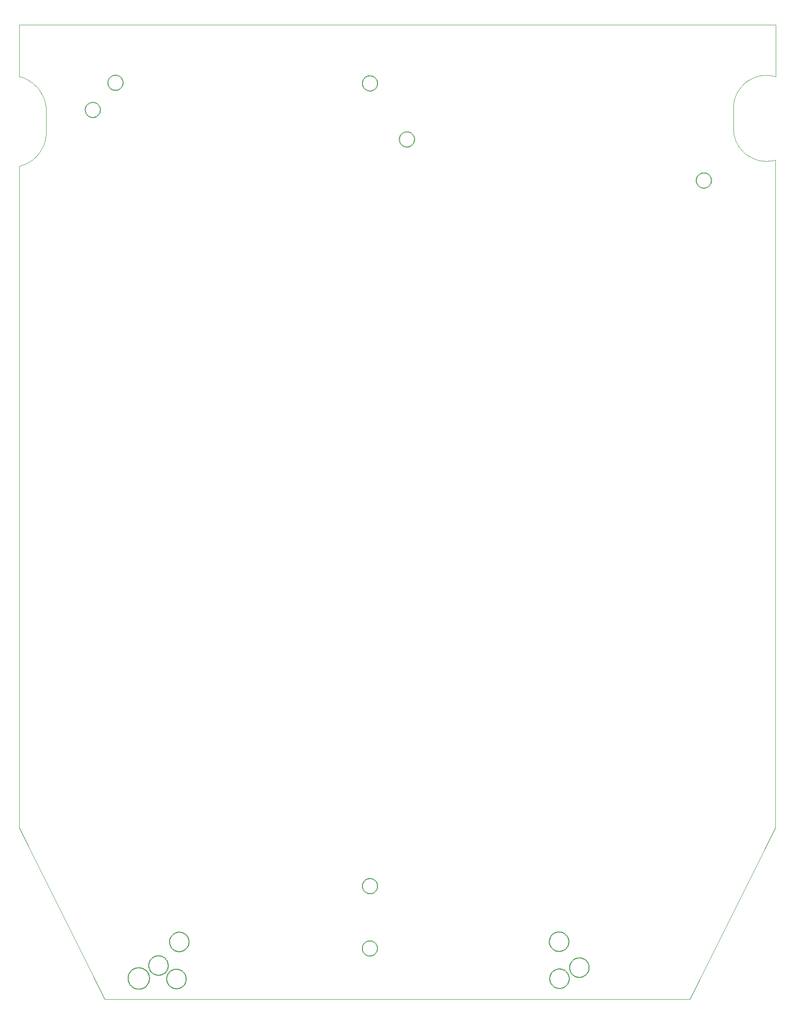
<source format=gbr>
%FSTAX44Y44*%
%MOMM*%
%SFA1B1*%

%IPPOS*%
%ADD109C,0.100000*%
%LNsega_801_remake_keep-out-1*%
%LPD*%
G54D109*
X01695332Y01837772D02*
D01*
X01690948Y0183897*
X01686492Y01839859*
X01681984Y01840435*
X01677446Y01840695*
X01672902Y01840638*
X01668373Y01840265*
X01663881Y01839576*
X01659448Y01838575*
X01655095Y01837268*
X01650845Y0183566*
X01646716Y0183376*
X01642731Y01831576*
X01638907Y01829119*
X01635264Y01826402*
X0163182Y01823438*
X0162859Y0182024*
X01625592Y01816825*
X01622839Y01813209*
X01620345Y01809409*
X01618123Y01805445*
X01616182Y01801336*
X01614532Y01797101*
X01613182Y01792762*
X01612138Y01788339*
X01611405Y01783854*
X01610987Y01779328*
X01610879Y01775601*
Y01735623D02*
D01*
X01611038Y01731081*
X01611513Y01726562*
X01612302Y01722086*
X01613402Y01717676*
X01614806Y01713354*
X01616509Y0170914*
X01618501Y01705056*
X01620773Y0170112*
X01623315Y01697352*
X01626113Y01693771*
X01629153Y01690393*
X01632423Y01687236*
X01635904Y01684315*
X01639581Y01681644*
X01643435Y01679236*
X01647448Y01677102*
X01651599Y01675253*
X0165587Y01673699*
X01660238Y01672446*
X01664684Y01671502*
X01669184Y01670869*
X01673718Y01670552*
X01678263*
X01682796Y01670869*
X01687297Y01671502*
X01691742Y01672446*
X01694331Y0167315*
X01567667Y01632506D02*
D01*
X0156763Y01633588*
X01567517Y01634663*
X01567329Y01635729*
X01567067Y01636779*
X01566733Y01637808*
X01566327Y01638811*
X01565853Y01639783*
X01565312Y0164072*
X01564707Y01641617*
X01564041Y0164247*
X01563317Y01643274*
X01562539Y01644025*
X0156171Y01644721*
X01560835Y01645356*
X01559917Y0164593*
X01558962Y01646438*
X01557974Y01646878*
X01556957Y01647248*
X01555917Y01647546*
X01554859Y01647771*
X01553788Y01647922*
X01552708Y01647997*
X01552167Y01648006*
X01566667Y01632506D02*
D01*
X01566632Y01633518*
X01566526Y01634524*
X0156635Y01635521*
X01566106Y01636503*
X01565793Y01637466*
X01565414Y01638404*
X0156497Y01639314*
X01564464Y0164019*
X01563898Y01641029*
X01563275Y01641827*
X01562598Y01642579*
X0156187Y01643282*
X01561094Y01643932*
X01560276Y01644527*
X01559417Y01645064*
X01558524Y01645539*
X01557599Y0164595*
X01556648Y01646297*
X01555675Y01646576*
X01554685Y01646786*
X01553683Y01646927*
X01552673Y01646997*
X01552167Y01647005*
Y01617005D02*
D01*
X01553249Y01617043*
X01554325Y01617156*
X0155539Y01617344*
X0155644Y01617606*
X01557469Y0161794*
X01558472Y01618346*
X01559444Y0161882*
X01560381Y01619361*
X01561278Y01619966*
X0156213Y01620632*
X01562935Y01621356*
X01563686Y01622134*
X01564381Y01622963*
X01565017Y01623838*
X01565591Y01624755*
X01566099Y0162571*
X01566539Y01626699*
X01566909Y01627716*
X01567207Y01628756*
X01567432Y01629814*
X01567582Y01630885*
X01567658Y01631964*
X01567667Y01632506*
X01552167Y01618006D02*
D01*
X01553179Y01618042*
X01554185Y01618147*
X01555182Y01618323*
X01556164Y01618568*
X01557127Y01618881*
X01558065Y0161926*
X01558975Y01619704*
X01559851Y0162021*
X0156069Y01620776*
X01561488Y01621399*
X0156224Y01622076*
X01562943Y01622804*
X01563594Y01623579*
X01564188Y01624398*
X01564725Y01625256*
X015652Y0162615*
X01565612Y01627074*
X01565958Y01628026*
X01566237Y01628999*
X01566447Y01629988*
X01566588Y01630991*
X01566659Y01632*
X01566667Y01632506*
X00978541Y01713839D02*
D01*
X00978506Y01714851*
X009784Y01715857*
X00978225Y01716854*
X0097798Y01717836*
X00977667Y01718799*
X00977288Y01719737*
X00976844Y01720647*
X00976338Y01721523*
X00975772Y01722362*
X00975149Y0172316*
X00974472Y01723912*
X00973744Y01724615*
X00972968Y01725266*
X0097215Y0172586*
X00971291Y01726397*
X00970398Y01726872*
X00969473Y01727284*
X00968522Y0172763*
X00967549Y01727909*
X00966559Y01728119*
X00965557Y0172826*
X00964547Y01728331*
X00964041Y01728339*
X00979541Y01713839D02*
D01*
X00979504Y01714921*
X0097939Y01715997*
X00979203Y01717062*
X00978941Y01718112*
X00978607Y01719141*
X00978201Y01720144*
X00977727Y01721116*
X00977186Y01722053*
X00976581Y0172295*
X00975915Y01723803*
X00975191Y01724607*
X00974413Y01725358*
X00973584Y01726053*
X00972709Y01726689*
X00971791Y01727263*
X00970836Y01727771*
X00969848Y01728211*
X00968831Y01728581*
X00967791Y01728879*
X00966733Y01729104*
X00965662Y01729254*
X00964582Y0172933*
X00964041Y01729339*
D01*
X0096296Y01729302*
X00961884Y01729189*
X00960819Y01729001*
X00959769Y01728739*
X0095874Y01728405*
X00957737Y01727999*
X00956765Y01727525*
X00955828Y01726984*
X00954931Y01726379*
X00954078Y01725713*
X00953274Y01724989*
X00952523Y01724211*
X00951827Y01723382*
X00951191Y01722507*
X00950618Y01721589*
X0095011Y01720634*
X0094967Y01719646*
X009493Y01718629*
X00949002Y01717589*
X00948777Y01716531*
X00948626Y0171546*
X00948551Y0171438*
X00948541Y01713839*
X00964041Y01728339D02*
D01*
X0096303Y01728304*
X00962023Y01728198*
X00961027Y01728022*
X00960045Y01727778*
X00959082Y01727465*
X00958144Y01727086*
X00957234Y01726642*
X00956358Y01726136*
X00955519Y0172557*
X00954721Y01724947*
X00953969Y0172427*
X00953266Y01723542*
X00952615Y01722766*
X0095202Y01721948*
X00951484Y01721089*
X00951009Y01720196*
X00950597Y01719271*
X00950251Y0171832*
X00949972Y01717347*
X00949762Y01716357*
X00949621Y01715355*
X0094955Y01714345*
X00949541Y01713839*
X00906326Y01824761D02*
D01*
X00906289Y01825843*
X00906175Y01826919*
X00905988Y01827984*
X00905726Y01829034*
X00905392Y01830063*
X00904986Y01831066*
X00904512Y01832038*
X00903971Y01832975*
X00903366Y01833872*
X009027Y01834725*
X00901976Y01835528*
X00901198Y0183628*
X00900369Y01836976*
X00899494Y01837612*
X00898576Y01838185*
X00897621Y01838693*
X00896633Y01839133*
X00895616Y01839503*
X00894576Y01839801*
X00893518Y01840026*
X00892447Y01840176*
X00891367Y01840252*
X00890825Y01840261*
X00905325Y01824761D02*
D01*
X0090529Y01825773*
X00905184Y01826779*
X00905009Y01827776*
X00904764Y01828758*
X00904451Y01829721*
X00904072Y01830659*
X00903628Y01831569*
X00903122Y01832445*
X00902556Y01833284*
X00901933Y01834082*
X00901256Y01834834*
X00900528Y01835537*
X00899753Y01836188*
X00898934Y01836782*
X00898075Y01837319*
X00897182Y01837794*
X00896257Y01838206*
X00895306Y01838552*
X00894333Y01838831*
X00893343Y01839041*
X00892341Y01839182*
X00891331Y01839253*
X00890825Y01839261*
Y01810261D02*
D01*
X00891837Y01810297*
X00892843Y01810403*
X0089384Y01810578*
X00894822Y01810823*
X00895785Y01811136*
X00896723Y01811515*
X00897633Y01811959*
X00898509Y01812465*
X00899348Y01813031*
X00900146Y01813654*
X00900898Y01814331*
X00901601Y01815059*
X00902251Y01815834*
X00902846Y01816653*
X00903383Y01817511*
X00903858Y01818405*
X00904269Y0181933*
X00904616Y01820281*
X00904895Y01821253*
X00905105Y01822244*
X00905246Y01823246*
X00905316Y01824255*
X00905325Y01824761*
X00890825Y01809261D02*
D01*
X00891907Y01809299*
X00892982Y01809412*
X00894048Y018096*
X00895098Y01809862*
X00896127Y01810196*
X0089713Y01810601*
X00898102Y01811076*
X00899039Y01811617*
X00899936Y01812222*
X00900789Y01812888*
X00901593Y01813612*
X00902344Y0181439*
X0090304Y01815219*
X00903675Y01816094*
X00904249Y01817011*
X00904757Y01817967*
X00905197Y01818955*
X00905567Y01819972*
X00905865Y01821012*
X0090609Y0182207*
X00906241Y01823141*
X00906316Y0182422*
X00906326Y01824761*
X01552167Y01647005D02*
D01*
X01551156Y0164697*
X01550149Y01646864*
X01549153Y01646689*
X01548171Y01646444*
X01547208Y01646131*
X0154627Y01645752*
X0154536Y01645308*
X01544484Y01644802*
X01543644Y01644236*
X01542847Y01643613*
X01542095Y01642936*
X01541392Y01642208*
X01540741Y01641433*
X01540146Y01640614*
X0153961Y01639755*
X01539135Y01638862*
X01538723Y01637937*
X01538377Y01636986*
X01538098Y01636013*
X01537888Y01635023*
X01537747Y01634021*
X01537676Y01633011*
X01537667Y01632506*
D01*
X01537703Y01631495*
X01537808Y01630488*
X01537984Y01629492*
X01538229Y0162851*
X01538542Y01627547*
X01538921Y01626609*
X01539365Y01625699*
X01539871Y01624823*
X01540437Y01623984*
X0154106Y01623186*
X01541737Y01622434*
X01542465Y01621731*
X0154324Y0162108*
X01544059Y01620485*
X01544917Y01619949*
X01545811Y01619474*
X01546736Y01619062*
X01547687Y01618716*
X0154866Y01618437*
X01549649Y01618227*
X01550652Y01618086*
X01551661Y01618015*
X01552167Y01618006*
Y01648006D02*
D01*
X01551086Y01647969*
X0155001Y01647855*
X01548945Y01647668*
X01547895Y01647406*
X01546866Y01647072*
X01545863Y01646666*
X0154489Y01646192*
X01543954Y01645651*
X01543057Y01645046*
X01542204Y0164438*
X015414Y01643656*
X01540649Y01642878*
X01539953Y01642049*
X01539317Y01641174*
X01538744Y01640256*
X01538236Y01639301*
X01537796Y01638313*
X01537426Y01637296*
X01537128Y01636256*
X01536903Y01635198*
X01536752Y01634127*
X01536677Y01633047*
X01536667Y01632506*
D01*
X01536705Y01631425*
X01536818Y01630349*
X01537006Y01629284*
X01537268Y01628234*
X01537602Y01627205*
X01538007Y01626202*
X01538482Y0162523*
X01539023Y01624293*
X01539628Y01623396*
X01540294Y01622543*
X01541018Y01621739*
X01541796Y01620988*
X01542625Y01620292*
X015435Y01619656*
X01544417Y01619083*
X01545373Y01618575*
X01546361Y01618135*
X01547378Y01617765*
X01548418Y01617467*
X01549476Y01617242*
X01550547Y01617091*
X01551626Y01617016*
X01552167Y01617005*
X00964041Y01699339D02*
D01*
X00965053Y01699375*
X00966059Y0169948*
X00967056Y01699656*
X00968038Y01699901*
X00969001Y01700214*
X00969939Y01700593*
X00970849Y01701037*
X00971725Y01701543*
X00972564Y01702109*
X00973362Y01702732*
X00974114Y01703409*
X00974817Y01704137*
X00975467Y01704912*
X00976062Y01705731*
X00976599Y01706589*
X00977074Y01707483*
X00977485Y01708408*
X00977832Y01709359*
X00978111Y01710332*
X00978321Y01711321*
X00978462Y01712324*
X00978532Y01713333*
X00978541Y01713839*
X00949541D02*
D01*
X00949577Y01712828*
X00949682Y01711821*
X00949858Y01710825*
X00950103Y01709843*
X00950416Y0170888*
X00950795Y01707942*
X00951239Y01707032*
X00951745Y01706156*
X00952311Y01705316*
X00952934Y01704519*
X00953611Y01703767*
X00954339Y01703064*
X00955114Y01702413*
X00955933Y01701818*
X00956791Y01701282*
X00957685Y01700807*
X00958609Y01700395*
X00959561Y01700049*
X00960534Y0169977*
X00961523Y0169956*
X00962526Y01699419*
X00963535Y01699348*
X00964041Y01699339*
Y01698339D02*
D01*
X00965123Y01698377*
X00966198Y0169849*
X00967264Y01698678*
X00968314Y0169894*
X00969343Y01699274*
X00970346Y01699679*
X00971318Y01700154*
X00972255Y01700695*
X00973152Y017013*
X00974005Y01701966*
X00974809Y0170269*
X0097556Y01703468*
X00976256Y01704297*
X00976891Y01705172*
X00977465Y01706089*
X00977973Y01707045*
X00978413Y01708033*
X00978783Y0170905*
X00979081Y0171009*
X00979306Y01711148*
X00979457Y01712219*
X00979532Y01713298*
X00979541Y01713839*
X00948541D02*
D01*
X00948579Y01712758*
X00948692Y01711682*
X0094888Y01710617*
X00949142Y01709567*
X00949476Y01708538*
X00949882Y01707535*
X00950356Y01706563*
X00950897Y01705626*
X00951502Y01704729*
X00952168Y01703876*
X00952892Y01703072*
X0095367Y01702321*
X00954499Y01701625*
X00955374Y01700989*
X00956291Y01700416*
X00957247Y01699908*
X00958235Y01699468*
X00959252Y01699098*
X00960291Y016988*
X0096135Y01698575*
X00962421Y01698424*
X009635Y01698349*
X00964041Y01698339*
X01325377Y00073813D02*
D01*
X01325329Y00075192*
X01325185Y00076564*
X01324946Y00077923*
X01324612Y00079262*
X01324185Y00080574*
X01323668Y00081853*
X01323064Y00083093*
X01322374Y00084288*
X01321602Y00085432*
X01320753Y00086519*
X01319829Y00087545*
X01318837Y00088503*
X0131778Y0008939*
X01316664Y00090201*
X01315494Y00090932*
X01314276Y0009158*
X01313015Y00092141*
X01311719Y00092613*
X01310392Y00092993*
X01309043Y0009328*
X01307677Y00093472*
X013063Y00093568*
X0130561Y0009358*
Y00055047D02*
D01*
X01306919Y00055093*
X01308222Y0005523*
X01309512Y00055457*
X01310783Y00055774*
X01312029Y00056179*
X01313243Y0005667*
X01314421Y00057244*
X01315555Y00057899*
X01316641Y00058631*
X01317673Y00059438*
X01318646Y00060314*
X01319556Y00061256*
X01320398Y0006226*
X01321168Y0006332*
X01321862Y0006443*
X01322477Y00065587*
X0132301Y00066783*
X01323458Y00068014*
X01323819Y00069273*
X01324091Y00070555*
X01324273Y00071852*
X01324365Y00073158*
X01324376Y00073813*
D01*
X01324331Y00075123*
X01324194Y00076425*
X01323966Y00077715*
X01323649Y00078986*
X01323245Y00080232*
X01322754Y00081446*
X0132218Y00082623*
X01321525Y00083758*
X01320792Y00084844*
X01319986Y00085876*
X01319109Y00086849*
X01318167Y00087759*
X01317164Y00088601*
X01316104Y00089371*
X01314993Y00090065*
X01313837Y0009068*
X0131264Y00091213*
X01311409Y00091661*
X0131015Y00092022*
X01308869Y00092294*
X01307572Y00092477*
X01306265Y00092568*
X0130561Y00092579*
X01286844Y00073813D02*
D01*
X0128689Y00072504*
X01287027Y00071202*
X01287254Y00069912*
X01287571Y00068641*
X01287976Y00067395*
X01288467Y0006618*
X01289041Y00065003*
X01289696Y00063869*
X01290428Y00062783*
X01291235Y00061751*
X01292111Y00060777*
X01293054Y00059868*
X01294057Y00059026*
X01295117Y00058256*
X01296227Y00057561*
X01297384Y00056947*
X01298581Y00056414*
X01299811Y00055966*
X01301071Y00055605*
X01302352Y00055332*
X01303649Y0005515*
X01304955Y00055059*
X0130561Y00055047*
X01285176Y00125185D02*
D01*
X01285128Y00126564*
X01284984Y00127937*
X01284744Y00129295*
X01284411Y00130634*
X01283984Y00131946*
X01283467Y00133225*
X01282863Y00134465*
X01282173Y0013566*
X01281401Y00136804*
X01280552Y00137891*
X01279629Y00138917*
X01278636Y00139875*
X01277579Y00140762*
X01276463Y00141573*
X01275293Y00142304*
X01274075Y00142952*
X01272814Y00143513*
X01271518Y00143985*
X01270192Y00144365*
X01268842Y00144652*
X01267476Y00144844*
X01266099Y0014494*
X0126541Y00144952*
X01284176Y00125185D02*
D01*
X01284131Y00126495*
X01283994Y00127797*
X01283766Y00129087*
X01283449Y00130358*
X01283045Y00131604*
X01282554Y00132818*
X0128198Y00133995*
X01281325Y0013513*
X01280592Y00136216*
X01279786Y00137248*
X0127891Y00138221*
X01277967Y00139131*
X01276964Y00139973*
X01275904Y00140743*
X01274793Y00141437*
X01273637Y00142052*
X0127244Y00142585*
X01271209Y00143033*
X0126995Y00143394*
X01268669Y00143666*
X01267372Y00143849*
X01266065Y0014394*
X0126541Y00143951*
Y00106419D02*
D01*
X01266719Y00106465*
X01268022Y00106602*
X01269312Y00106829*
X01270583Y00107146*
X01271829Y00107551*
X01273043Y00108042*
X0127422Y00108616*
X01275355Y00109271*
X01276441Y00110003*
X01277473Y0011081*
X01278446Y00111686*
X01279356Y00112628*
X01280198Y00113632*
X01280968Y00114692*
X01281662Y00115802*
X01282277Y00116959*
X0128281Y00118155*
X01283258Y00119386*
X01283619Y00120645*
X01283891Y00121927*
X01284074Y00123224*
X01284165Y0012453*
X01284176Y00125185*
X0130561Y00092579D02*
D01*
X01304301Y00092534*
X01302999Y00092397*
X01301709Y00092169*
X01300438Y00091853*
X01299192Y00091448*
X01297978Y00090957*
X012968Y00090383*
X01295666Y00089728*
X0129458Y00088996*
X01293548Y00088189*
X01292575Y00087313*
X01291664Y0008637*
X01290823Y00085367*
X01290053Y00084307*
X01289359Y00083196*
X01288744Y0008204*
X01288211Y00080843*
X01287763Y00079612*
X01287402Y00078353*
X0128713Y00077072*
X01286947Y00075775*
X01286856Y00074468*
X01286844Y00073813*
X0130561Y0009358D02*
D01*
X01304232Y00093532*
X01302859Y00093388*
X01301501Y00093148*
X01300162Y00092815*
X0129885Y00092388*
X0129757Y00091871*
X0129633Y00091267*
X01295135Y00090577*
X01293992Y00089805*
X01292904Y00088956*
X01291879Y00088033*
X01290921Y0008704*
X01290034Y00085983*
X01289223Y00084867*
X01288492Y00083697*
X01287844Y00082479*
X01287283Y00081218*
X01286811Y00079922*
X01286431Y00078595*
X01286144Y00077246*
X01285952Y0007588*
X01285855Y00074503*
X01285844Y00073813*
D01*
X01285893Y00072434*
X01286037Y00071062*
X01286276Y00069704*
X0128661Y00068365*
X01287037Y00067053*
X01287553Y00065773*
X01288158Y00064533*
X01288848Y00063338*
X01289619Y00062195*
X01290469Y00061107*
X01291392Y00060082*
X01292385Y00059124*
X01293442Y00058237*
X01294558Y00057426*
X01295728Y00056695*
X01296946Y00056047*
X01298206Y00055486*
X01299503Y00055014*
X01300829Y00054634*
X01302179Y00054347*
X01303545Y00054155*
X01304921Y00054058*
X0130561Y00054046*
X0126541Y00105419D02*
D01*
X01266789Y00105467*
X01268161Y00105612*
X0126952Y00105851*
X01270859Y00106185*
X01272171Y00106611*
X0127345Y00107128*
X0127469Y00107733*
X01275885Y00108423*
X01277029Y00109195*
X01278116Y00110044*
X01279142Y00110967*
X012801Y0011196*
X01280987Y00113017*
X01281798Y00114133*
X01282529Y00115303*
X01283177Y00116521*
X01283738Y00117782*
X0128421Y00119078*
X0128459Y00120404*
X01284877Y00121754*
X01285069Y0012312*
X01285165Y00124497*
X01285176Y00125185*
X0130561Y00054046D02*
D01*
X01306989Y00054095*
X01308361Y00054239*
X0130972Y00054478*
X01311059Y00054812*
X01312371Y00055238*
X0131365Y00055755*
X0131489Y0005636*
X01316085Y0005705*
X01317229Y00057822*
X01318316Y00058671*
X01319342Y00059594*
X013203Y00060587*
X01321187Y00061644*
X01321998Y0006276*
X01322729Y0006393*
X01323377Y00065148*
X01323938Y00066409*
X0132441Y00067705*
X0132479Y00069031*
X01325077Y00070381*
X01325269Y00071747*
X01325365Y00073124*
X01325377Y00073813*
X01284955Y00051853D02*
D01*
X0128491Y00053162*
X01284773Y00054465*
X01284545Y00055755*
X01284228Y00057026*
X01283824Y00058272*
X01283333Y00059486*
X01282759Y00060664*
X01282104Y00061798*
X01281371Y00062884*
X01280565Y00063916*
X01279689Y00064889*
X01278746Y00065799*
X01277743Y00066641*
X01276683Y00067411*
X01275572Y00068105*
X01274416Y0006872*
X01273219Y00069253*
X01271988Y00069701*
X01270729Y00070062*
X01269448Y00070334*
X01268151Y00070517*
X01266844Y00070608*
X0126619Y00070619*
X01285956Y00051853D02*
D01*
X01285908Y00053232*
X01285764Y00054604*
X01285524Y00055963*
X01285191Y00057302*
X01284764Y00058614*
X01284247Y00059893*
X01283643Y00061133*
X01282953Y00062328*
X01282181Y00063472*
X01281332Y00064559*
X01280409Y00065585*
X01279416Y00066543*
X01278359Y0006743*
X01277243Y00068241*
X01276073Y00068972*
X01274855Y0006962*
X01273594Y00070181*
X01272298Y00070653*
X01270972Y00071033*
X01269622Y0007132*
X01268256Y00071512*
X01266879Y00071608*
X0126619Y00071619*
Y00033086D02*
D01*
X01267498Y00033132*
X01268801Y00033269*
X01270091Y00033497*
X01271362Y00033813*
X01272608Y00034218*
X01273822Y00034709*
X01274999Y00035283*
X01276134Y00035938*
X0127722Y0003667*
X01278252Y00037477*
X01279225Y00038353*
X01280135Y00039296*
X01280977Y00040299*
X01281747Y00041359*
X01282441Y00042469*
X01283056Y00043626*
X01283589Y00044823*
X01284037Y00046053*
X01284398Y00047313*
X0128467Y00048594*
X01284853Y00049891*
X01284944Y00051198*
X01284955Y00051853*
X0126619Y00032086D02*
D01*
X01267568Y00032135*
X0126894Y00032279*
X01270299Y00032518*
X01271638Y00032852*
X0127295Y00033279*
X01274229Y00033795*
X01275469Y000344*
X01276664Y0003509*
X01277808Y00035862*
X01278895Y00036711*
X01279921Y00037634*
X01280879Y00038627*
X01281766Y00039684*
X01282577Y000408*
X01283308Y0004197*
X01283956Y00043188*
X01284517Y00044448*
X01284989Y00045745*
X01285369Y00047071*
X01285656Y00048421*
X01285848Y00049787*
X01285944Y00051163*
X01285956Y00051853*
X01247423D02*
D01*
X01247469Y00050544*
X01247606Y00049242*
X01247833Y00047952*
X0124815Y00046681*
X01248555Y00045435*
X01249046Y00044221*
X0124962Y00043043*
X01250275Y00041909*
X01251007Y00040823*
X01251814Y00039791*
X0125269Y00038817*
X01253633Y00037907*
X01254636Y00037065*
X01255695Y00036296*
X01256806Y00035602*
X01257963Y00034987*
X0125916Y00034454*
X0126039Y00034006*
X0126165Y00033645*
X01262931Y00033373*
X01264228Y0003319*
X01265534Y00033099*
X0126619Y00033086*
X008908Y00219689D02*
D01*
X00891882Y00219727*
X00892958Y0021984*
X00894023Y00220028*
X00895073Y0022029*
X00896102Y00220624*
X00897105Y0022103*
X00898077Y00221504*
X00899014Y00222045*
X00899911Y0022265*
X00900764Y00223316*
X00901568Y0022404*
X00902319Y00224818*
X00903014Y00225646*
X0090365Y00226522*
X00904224Y00227439*
X00904732Y00228395*
X00905172Y00229383*
X00905542Y002304*
X0090584Y00231439*
X00906065Y00232498*
X00906215Y00233569*
X00906291Y00234649*
X00906301Y00235189*
X009053D02*
D01*
X00905265Y00236201*
X00905159Y00237207*
X00904983Y00238204*
X00904739Y00239186*
X00904426Y00240149*
X00904047Y00241087*
X00903603Y00241997*
X00903097Y00242873*
X00902531Y00243712*
X00901908Y0024451*
X00901231Y00245262*
X00900503Y00245965*
X00899727Y00246615*
X00898909Y0024721*
X0089805Y00247747*
X00897157Y00248222*
X00896232Y00248633*
X00895281Y0024898*
X00894308Y00249259*
X00893318Y00249469*
X00892316Y0024961*
X00891306Y0024968*
X008908Y00249689*
Y00220689D02*
D01*
X00891812Y00220725*
X00892818Y0022083*
X00893815Y00221006*
X00894797Y00221251*
X0089576Y00221564*
X00896698Y00221943*
X00897608Y00222387*
X00898484Y00222893*
X00899323Y00223459*
X00900121Y00224082*
X00900873Y00224759*
X00901576Y00225487*
X00902227Y00226262*
X00902821Y00227081*
X00903358Y00227939*
X00903833Y00228833*
X00904245Y00229757*
X00904591Y00230709*
X0090487Y00231682*
X0090508Y00232671*
X00905221Y00233674*
X00905292Y00234683*
X009053Y00235189*
X0126541Y00143951D02*
D01*
X01264101Y00143906*
X01262799Y00143769*
X01261509Y00143541*
X01260238Y00143225*
X01258992Y0014282*
X01257778Y00142329*
X012566Y00141755*
X01255466Y001411*
X0125438Y00140367*
X01253348Y00139561*
X01252374Y00138685*
X01251465Y00137742*
X01250623Y00136739*
X01249853Y00135679*
X01249159Y00134568*
X01248544Y00133412*
X01248011Y00132215*
X01247563Y00130985*
X01247202Y00129725*
X01246929Y00128444*
X01246747Y00127147*
X01246656Y0012584*
X01246644Y00125185*
X0126541Y00144952D02*
D01*
X01264032Y00144904*
X01262659Y0014476*
X01261301Y0014452*
X01259962Y00144187*
X0125865Y0014376*
X0125737Y00143243*
X0125613Y00142639*
X01254936Y00141949*
X01253792Y00141177*
X01252704Y00140328*
X01251679Y00139405*
X01250721Y00138412*
X01249834Y00137355*
X01249023Y00136239*
X01248292Y00135069*
X01247644Y00133851*
X01247083Y0013259*
X01246611Y00131294*
X0124623Y00129967*
X01245944Y00128618*
X01245752Y00127251*
X01245655Y00125875*
X01245643Y00125185*
X00906301Y00235189D02*
D01*
X00906264Y00236271*
X00906151Y00237346*
X00905963Y00238412*
X00905701Y00239462*
X00905366Y00240491*
X00904961Y00241494*
X00904487Y00242466*
X00903946Y00243403*
X00903341Y002443*
X00902675Y00245153*
X00901951Y00245957*
X00901173Y00246708*
X00900344Y00247404*
X00899469Y00248039*
X00898551Y00248613*
X00897596Y00249121*
X00896608Y00249561*
X00895591Y00249931*
X00894551Y00250229*
X00893493Y00250454*
X00892422Y00250605*
X00891342Y0025068*
X008908Y00250689*
X00906079Y00111744D02*
D01*
X00906042Y00112826*
X00905929Y00113901*
X00905741Y00114967*
X00905479Y00116017*
X00905145Y00117046*
X00904739Y00118049*
X00904265Y00119021*
X00903724Y00119958*
X00903119Y00120855*
X00902453Y00121708*
X00901729Y00122512*
X00900951Y00123263*
X00900122Y00123959*
X00899247Y00124594*
X00898329Y00125168*
X00897374Y00125676*
X00896386Y00126116*
X00895369Y00126486*
X00894329Y00126784*
X00893271Y00127009*
X008922Y0012716*
X0089112Y00127235*
X00890579Y00127244*
X00905078Y00111744D02*
D01*
X00905043Y00112756*
X00904937Y00113762*
X00904761Y00114759*
X00904517Y00115741*
X00904204Y00116704*
X00903825Y00117642*
X00903381Y00118552*
X00902875Y00119428*
X00902309Y00120267*
X00901686Y00121065*
X00901009Y00121817*
X00900281Y0012252*
X00899505Y0012317*
X00898687Y00123765*
X00897828Y00124302*
X00896935Y00124777*
X0089601Y00125188*
X00895059Y00125535*
X00894086Y00125814*
X00893096Y00126024*
X00892094Y00126165*
X00891084Y00126235*
X00890579Y00126243*
X01246644Y00125185D02*
D01*
X0124669Y00123876*
X01246827Y00122574*
X01247054Y00121284*
X01247371Y00120013*
X01247776Y00118767*
X01248267Y00117552*
X01248841Y00116375*
X01249496Y00115241*
X01250228Y00114155*
X01251035Y00113123*
X01251911Y00112149*
X01252853Y0011124*
X01253857Y00110398*
X01254916Y00109628*
X01256027Y00108933*
X01257184Y00108319*
X01258381Y00107786*
X01259611Y00107338*
X0126087Y00106977*
X01262152Y00106704*
X01263449Y00106522*
X01264755Y00106431*
X0126541Y00106419*
X0126619Y00070619D02*
D01*
X0126488Y00070574*
X01263578Y00070437*
X01262288Y00070209*
X01261017Y00069892*
X01259771Y00069488*
X01258557Y00068997*
X01257379Y00068423*
X01256245Y00067768*
X01255159Y00067035*
X01254127Y00066229*
X01253153Y00065352*
X01252244Y0006441*
X01251402Y00063407*
X01250632Y00062347*
X01249938Y00061236*
X01249323Y0006008*
X0124879Y00058883*
X01248342Y00057652*
X01247981Y00056393*
X01247708Y00055112*
X01247526Y00053815*
X01247435Y00052508*
X01247423Y00051853*
X01246422D02*
D01*
X0124647Y00050474*
X01246615Y00049102*
X01246854Y00047744*
X01247188Y00046405*
X01247614Y00045093*
X01248131Y00043813*
X01248736Y00042573*
X01249426Y00041378*
X01250198Y00040235*
X01251047Y00039148*
X0125197Y00038122*
X01252963Y00037164*
X0125402Y00036277*
X01255136Y00035466*
X01256306Y00034735*
X01257524Y00034087*
X01258785Y00033526*
X01260081Y00033054*
X01261407Y00032674*
X01262757Y00032387*
X01264123Y00032195*
X012655Y00032098*
X0126619Y00032086*
X01245643Y00125185D02*
D01*
X01245691Y00123806*
X01245836Y00122434*
X01246075Y00121075*
X01246409Y00119737*
X01246835Y00118425*
X01247352Y00117145*
X01247957Y00115905*
X01248647Y0011471*
X01249419Y00113567*
X01250268Y00112479*
X01251191Y00111454*
X01252184Y00110496*
X01253241Y00109609*
X01254357Y00108798*
X01255527Y00108067*
X01256745Y00107419*
X01258006Y00106858*
X01259302Y00106386*
X01260628Y00106006*
X01261978Y00105719*
X01263344Y00105527*
X01264721Y0010543*
X0126541Y00105419*
X00890579Y00096243D02*
D01*
X00891661Y00096281*
X00892737Y00096394*
X00893802Y00096582*
X00894852Y00096844*
X00895881Y00097178*
X00896884Y00097584*
X00897856Y00098058*
X00898793Y00098599*
X0089969Y00099204*
X00900543Y0009987*
X00901347Y00100594*
X00902098Y00101372*
X00902793Y00102201*
X00903429Y00103076*
X00904003Y00103993*
X00904511Y00104949*
X00904951Y00105937*
X00905321Y00106954*
X00905619Y00107994*
X00905844Y00109052*
X00905994Y00110123*
X0090607Y00111202*
X00906079Y00111744*
X00890579Y00097244D02*
D01*
X00891591Y0009728*
X00892597Y00097385*
X00893594Y00097561*
X00894576Y00097806*
X00895539Y00098119*
X00896477Y00098498*
X00897387Y00098942*
X00898263Y00099448*
X00899102Y00100014*
X008999Y00100637*
X00900652Y00101314*
X00901355Y00102042*
X00902006Y00102817*
X009026Y00103636*
X00903137Y00104494*
X00903612Y00105388*
X00904024Y00106312*
X0090437Y00107264*
X00904649Y00108237*
X00904859Y00109226*
X00905Y00110229*
X00905071Y00111238*
X00905078Y00111744*
X0126619Y00071619D02*
D01*
X01264811Y00071571*
X01263438Y00071427*
X0126208Y00071187*
X01260741Y00070854*
X01259429Y00070427*
X01258149Y0006991*
X01256909Y00069306*
X01255715Y00068616*
X01254571Y00067844*
X01253483Y00066995*
X01252458Y00066072*
X012515Y00065079*
X01250613Y00064022*
X01249802Y00062906*
X01249071Y00061736*
X01248423Y00060518*
X01247862Y00059257*
X0124739Y00057961*
X01247009Y00056634*
X01246723Y00055285*
X01246531Y00053919*
X01246434Y00052542*
X01246422Y00051853*
X00401135Y01826031D02*
D01*
X004011Y01827043*
X00400994Y01828049*
X00400819Y01829046*
X00400574Y01830028*
X00400261Y01830991*
X00399882Y01831929*
X00399438Y01832839*
X00398932Y01833715*
X00398366Y01834554*
X00397743Y01835352*
X00397066Y01836104*
X00396338Y01836807*
X00395563Y01837458*
X00394744Y01838052*
X00393885Y01838589*
X00392992Y01839064*
X00392067Y01839476*
X00391116Y01839822*
X00390143Y01840101*
X00389153Y01840311*
X00388151Y01840452*
X00387141Y01840523*
X00386636Y01840531*
X00402136Y01826031D02*
D01*
X00402099Y01827113*
X00401985Y01828189*
X00401798Y01829254*
X00401536Y01830304*
X00401202Y01831333*
X00400796Y01832336*
X00400322Y01833308*
X00399781Y01834245*
X00399176Y01835142*
X0039851Y01835995*
X00397786Y01836798*
X00397008Y0183755*
X00396179Y01838246*
X00395304Y01838882*
X00394386Y01839455*
X00393431Y01839963*
X00392443Y01840403*
X00391426Y01840773*
X00390386Y01841071*
X00389328Y01841296*
X00388257Y01841446*
X00387177Y01841522*
X00386636Y01841531*
X00890825Y01839261D02*
D01*
X00889814Y01839226*
X00888807Y0183912*
X00887811Y01838945*
X00886829Y018387*
X00885866Y01838387*
X00884928Y01838008*
X00884018Y01837564*
X00883141Y01837058*
X00882303Y01836492*
X00881505Y01835869*
X00880753Y01835192*
X0088005Y01834464*
X00879399Y01833688*
X00878804Y0183287*
X00878268Y01832011*
X00877793Y01831118*
X00877381Y01830193*
X00877035Y01829242*
X00876756Y01828269*
X00876546Y01827279*
X00876405Y01826277*
X00876334Y01825267*
X00876326Y01824761*
X00890825Y01840261D02*
D01*
X00889744Y01840224*
X00888668Y01840111*
X00887603Y01839923*
X00886553Y01839661*
X00885524Y01839327*
X00884521Y01838921*
X00883549Y01838447*
X00882612Y01837906*
X00881715Y01837301*
X00880862Y01836635*
X00880058Y01835911*
X00879307Y01835133*
X00878611Y01834304*
X00877975Y01833429*
X00877402Y01832511*
X00876894Y01831556*
X00876454Y01830568*
X00876084Y01829551*
X00875786Y01828511*
X00875561Y01827453*
X0087541Y01826382*
X00875335Y01825302*
X00875325Y01824761*
X00386636Y01811531D02*
D01*
X00387648Y01811567*
X00388654Y01811673*
X00389651Y01811848*
X00390633Y01812093*
X00391596Y01812406*
X00392534Y01812785*
X00393444Y01813229*
X0039432Y01813735*
X00395159Y01814301*
X00395957Y01814924*
X00396709Y01815601*
X00397412Y01816329*
X00398062Y01817104*
X00398657Y01817923*
X00399194Y01818781*
X00399669Y01819675*
X0040008Y018206*
X00400427Y01821551*
X00400706Y01822523*
X00400916Y01823514*
X00401057Y01824516*
X00401127Y01825525*
X00401135Y01826031*
X00386636Y01840531D02*
D01*
X00385625Y01840496*
X00384618Y0184039*
X00383622Y01840215*
X0038264Y0183997*
X00381677Y01839657*
X00380739Y01839278*
X00379829Y01838834*
X00378953Y01838328*
X00378114Y01837762*
X00377316Y01837139*
X00376564Y01836462*
X00375861Y01835734*
X0037521Y01834958*
X00374615Y0183414*
X00374079Y01833281*
X00373604Y01832388*
X00373192Y01831463*
X00372846Y01830512*
X00372567Y01829539*
X00372357Y01828549*
X00372216Y01827547*
X00372145Y01826537*
X00372136Y01826031*
X00386636Y01810531D02*
D01*
X00387718Y01810569*
X00388793Y01810682*
X00389859Y0181087*
X00390909Y01811132*
X00391938Y01811466*
X00392941Y01811871*
X00393913Y01812346*
X0039485Y01812887*
X00395747Y01813492*
X003966Y01814158*
X00397404Y01814882*
X00398155Y0181566*
X00398851Y01816489*
X00399486Y01817364*
X0040006Y01818281*
X00400568Y01819237*
X00401008Y01820225*
X00401378Y01821242*
X00401676Y01822282*
X00401901Y0182334*
X00402052Y01824411*
X00402127Y0182549*
X00402136Y01826031*
X00386636Y01841531D02*
D01*
X00385555Y01841494*
X00384479Y01841381*
X00383414Y01841193*
X00382364Y01840931*
X00381335Y01840597*
X00380332Y01840191*
X0037936Y01839717*
X00378423Y01839176*
X00377526Y01838571*
X00376673Y01837905*
X00375869Y01837181*
X00375118Y01836403*
X00374422Y01835574*
X00373786Y01834699*
X00373213Y01833781*
X00372705Y01832826*
X00372265Y01831838*
X00371895Y01830821*
X00371597Y01829781*
X00371372Y01828723*
X00371221Y01827652*
X00371146Y01826572*
X00371135Y01826031*
X00372136D02*
D01*
X00372172Y0182502*
X00372277Y01824013*
X00372453Y01823017*
X00372698Y01822035*
X00373011Y01821072*
X0037339Y01820134*
X00373834Y01819224*
X0037434Y01818348*
X00374906Y01817508*
X00375529Y01816711*
X00376206Y01815959*
X00376934Y01815256*
X00377709Y01814605*
X00378528Y0181401*
X00379386Y01813474*
X0038028Y01812999*
X00381204Y01812587*
X00382156Y01812241*
X00383129Y01811962*
X00384118Y01811752*
X00385121Y01811611*
X0038613Y0181154*
X00386636Y01811531*
X00371135Y01826031D02*
D01*
X00371173Y0182495*
X00371286Y01823874*
X00371474Y01822809*
X00371736Y01821759*
X0037207Y0182073*
X00372476Y01819727*
X0037295Y01818755*
X00373491Y01817818*
X00374096Y01816921*
X00374762Y01816068*
X00375486Y01815264*
X00376264Y01814513*
X00377093Y01813817*
X00377968Y01813181*
X00378885Y01812608*
X0037984Y018121*
X00380829Y0181166*
X00381846Y0181129*
X00382886Y01810992*
X00383944Y01810767*
X00385015Y01810616*
X00386094Y01810541*
X00386636Y01810531*
X00876326Y01824761D02*
D01*
X00876362Y0182375*
X00876467Y01822743*
X00876643Y01821747*
X00876888Y01820765*
X00877201Y01819802*
X0087758Y01818864*
X00878024Y01817954*
X0087853Y01817078*
X00879096Y01816238*
X00879719Y01815441*
X00880396Y01814689*
X00881124Y01813986*
X00881899Y01813335*
X00882718Y0181274*
X00883576Y01812204*
X0088447Y01811729*
X00885394Y01811317*
X00886346Y01810971*
X00887319Y01810692*
X00888308Y01810482*
X00889311Y01810341*
X0089032Y0181027*
X00890825Y01810261*
X00875325Y01824761D02*
D01*
X00875363Y0182368*
X00875476Y01822604*
X00875664Y01821539*
X00875926Y01820489*
X0087626Y0181946*
X00876666Y01818457*
X0087714Y01817485*
X00877681Y01816548*
X00878286Y01815651*
X00878952Y01814798*
X00879676Y01813994*
X00880454Y01813243*
X00881283Y01812547*
X00882158Y01811911*
X00883075Y01811338*
X0088403Y0181083*
X00885019Y0181039*
X00886036Y0181002*
X00887076Y01809722*
X00888134Y01809497*
X00889205Y01809346*
X00890284Y01809271*
X00890825Y01809261*
X008908Y00249689D02*
D01*
X00889789Y00249654*
X00888782Y00249548*
X00887786Y00249373*
X00886804Y00249128*
X00885841Y00248815*
X00884903Y00248436*
X00883993Y00247992*
X00883117Y00247486*
X00882277Y0024692*
X0088148Y00246297*
X00880728Y0024562*
X00880025Y00244892*
X00879374Y00244116*
X00878779Y00243298*
X00878243Y00242439*
X00877768Y00241546*
X00877356Y00240621*
X0087701Y0023967*
X00876731Y00238697*
X00876521Y00237707*
X0087638Y00236705*
X00876309Y00235695*
X00876301Y00235189*
D01*
X00876337Y00234178*
X00876443Y00233171*
X00876618Y00232175*
X00876863Y00231193*
X00877176Y0023023*
X00877555Y00229292*
X00877999Y00228382*
X00878505Y00227506*
X00879071Y00226667*
X00879694Y00225869*
X00880371Y00225117*
X00881099Y00224414*
X00881874Y00223763*
X00882693Y00223168*
X00883551Y00222632*
X00884445Y00222157*
X0088537Y00221745*
X00886321Y00221399*
X00887293Y0022112*
X00888283Y0022091*
X00889286Y00220769*
X00890295Y00220698*
X008908Y00220689*
Y00250689D02*
D01*
X00889719Y00250652*
X00888643Y00250538*
X00887578Y00250351*
X00886528Y00250089*
X00885499Y00249755*
X00884496Y00249349*
X00883524Y00248875*
X00882587Y00248334*
X0088169Y00247729*
X00880837Y00247063*
X00880033Y00246339*
X00879282Y00245561*
X00878586Y00244732*
X0087795Y00243857*
X00877377Y00242939*
X00876869Y00241984*
X00876429Y00240996*
X00876059Y00239979*
X00875761Y00238939*
X00875536Y00237881*
X00875385Y0023681*
X0087531Y0023573*
X008753Y00235189*
D01*
X00875338Y00234108*
X00875451Y00233032*
X00875639Y00231967*
X00875901Y00230917*
X00876235Y00229888*
X0087664Y00228885*
X00877115Y00227913*
X00877656Y00226976*
X00878261Y00226079*
X00878927Y00225226*
X00879651Y00224422*
X00880429Y00223671*
X00881258Y00222975*
X00882133Y00222339*
X0088305Y00221766*
X00884006Y00221258*
X00884994Y00220818*
X00886011Y00220448*
X00887051Y0022015*
X00888109Y00219925*
X0088918Y00219774*
X00890259Y00219699*
X008908Y00219689*
X00532826Y00124706D02*
D01*
X00532778Y00126085*
X00532634Y00127457*
X00532394Y00128816*
X00532061Y00130155*
X00531634Y00131467*
X00531117Y00132746*
X00530513Y00133987*
X00529823Y00135181*
X00529051Y00136325*
X00528202Y00137412*
X00527279Y00138438*
X00526286Y00139396*
X00525229Y00140283*
X00524113Y00141094*
X00522943Y00141825*
X00521725Y00142473*
X00520464Y00143034*
X00519168Y00143506*
X00517841Y00143886*
X00516492Y00144173*
X00515125Y00144365*
X00513749Y00144461*
X00513059Y00144473*
X00531825Y00124706D02*
D01*
X0053178Y00126016*
X00531643Y00127318*
X00531415Y00128608*
X00531099Y00129879*
X00530694Y00131125*
X00530203Y00132339*
X00529629Y00133516*
X00528974Y00134651*
X00528241Y00135737*
X00527435Y00136769*
X00526559Y00137742*
X00525616Y00138652*
X00524613Y00139494*
X00523553Y00140264*
X00522442Y00140958*
X00521286Y00141573*
X00520089Y00142106*
X00518859Y00142554*
X00517599Y00142915*
X00516318Y00143187*
X00515021Y0014337*
X00513714Y00143461*
X00513059Y00143472*
Y00144473D02*
D01*
X0051168Y00144425*
X00510308Y00144281*
X00508949Y00144041*
X00507611Y00143708*
X00506299Y00143281*
X00505019Y00142765*
X00503779Y00142159*
X00502584Y0014147*
X00501441Y00140698*
X00500353Y00139849*
X00499328Y00138926*
X0049837Y00137933*
X00497483Y00136876*
X00496672Y0013576*
X00495941Y0013459*
X00495293Y00133372*
X00494732Y00132111*
X0049426Y00130815*
X0049388Y00129488*
X00493593Y00128139*
X00493401Y00126773*
X00493304Y00125396*
X00493293Y00124706*
X00356241Y01772259D02*
D01*
X00356206Y01773271*
X003561Y01774277*
X00355925Y01775274*
X0035568Y01776256*
X00355367Y01777219*
X00354988Y01778157*
X00354544Y01779067*
X00354038Y01779943*
X00353472Y01780782*
X00352849Y0178158*
X00352172Y01782332*
X00351444Y01783035*
X00350668Y01783686*
X0034985Y0178428*
X00348991Y01784817*
X00348098Y01785292*
X00347173Y01785704*
X00346222Y0178605*
X00345249Y01786329*
X00344259Y01786539*
X00343257Y0178668*
X00342247Y01786751*
X00341741Y01786758*
X00357241Y01772259D02*
D01*
X00357204Y01773341*
X0035709Y01774417*
X00356903Y01775482*
X00356641Y01776532*
X00356307Y01777561*
X00355901Y01778564*
X00355427Y01779536*
X00354886Y01780473*
X00354281Y0178137*
X00353615Y01782223*
X00352891Y01783027*
X00352113Y01783778*
X00351284Y01784473*
X00350409Y01785109*
X00349491Y01785683*
X00348536Y01786191*
X00347548Y01786631*
X00346531Y01787001*
X00345491Y01787299*
X00344433Y01787524*
X00343362Y01787674*
X00342282Y0178775*
X00341741Y01787759*
Y01786758D02*
D01*
X0034073Y01786723*
X00339723Y01786617*
X00338727Y01786441*
X00337745Y01786197*
X00336782Y01785884*
X00335844Y01785505*
X00334934Y01785061*
X00334058Y01784555*
X00333219Y01783989*
X00332421Y01783366*
X00331669Y01782689*
X00330966Y01781961*
X00330315Y01781185*
X0032972Y01780367*
X00329184Y01779508*
X00328709Y01778615*
X00328297Y0177769*
X00327951Y01776739*
X00327672Y01775766*
X00327462Y01774776*
X00327321Y01773774*
X0032725Y01772764*
X00327241Y01772259*
X00341741Y01757759D02*
D01*
X00342753Y01757795*
X00343759Y017579*
X00344756Y01758076*
X00345738Y01758321*
X00346701Y01758634*
X00347639Y01759013*
X00348549Y01759457*
X00349425Y01759963*
X00350264Y01760529*
X00351062Y01761152*
X00351814Y01761829*
X00352517Y01762557*
X00353167Y01763332*
X00353762Y01764151*
X00354299Y01765009*
X00354774Y01765903*
X00355185Y01766828*
X00355532Y01767779*
X00355811Y01768752*
X00356021Y01769741*
X00356162Y01770744*
X00356232Y01771753*
X00356241Y01772259*
X00327241D02*
D01*
X00327277Y01771248*
X00327382Y01770241*
X00327558Y01769245*
X00327803Y01768263*
X00328116Y017673*
X00328495Y01766362*
X00328939Y01765452*
X00329445Y01764576*
X00330011Y01763736*
X00330634Y01762939*
X00331311Y01762187*
X00332039Y01761484*
X00332814Y01760833*
X00333633Y01760238*
X00334491Y01759702*
X00335385Y01759227*
X00336309Y01758815*
X00337261Y01758469*
X00338234Y0175819*
X00339223Y0175798*
X00340226Y01757839*
X00341235Y01757768*
X00341741Y01757759*
Y01787759D02*
D01*
X0034066Y01787722*
X00339584Y01787609*
X00338519Y01787421*
X00337469Y01787159*
X0033644Y01786825*
X00335437Y01786419*
X00334465Y01785945*
X00333528Y01785404*
X00332631Y01784799*
X00331778Y01784133*
X00330974Y01783409*
X00330223Y01782631*
X00329527Y01781802*
X00328891Y01780927*
X00328318Y01780009*
X0032781Y01779054*
X0032737Y01778066*
X00327Y01777049*
X00326702Y01776009*
X00326477Y01774951*
X00326326Y0177388*
X00326251Y017728*
X00326241Y01772259*
X00249769Y01769708D02*
D01*
X00249597Y0177463*
X00249083Y01779527*
X00248228Y01784376*
X00247036Y01789154*
X00245515Y01793838*
X0024367Y01798403*
X00241511Y01802829*
X00239049Y01807094*
X00236296Y01811176*
X00233264Y01815056*
X00229969Y01818716*
X00226427Y01822137*
X00222655Y01825302*
X00218671Y01828196*
X00214495Y01830806*
X00210147Y01833118*
X00205649Y0183512*
X00201021Y01836805*
X00196332Y0183815*
X00341741Y01756758D02*
D01*
X00342823Y01756796*
X00343898Y01756909*
X00344964Y01757097*
X00346014Y01757359*
X00347043Y01757693*
X00348046Y01758098*
X00349018Y01758573*
X00349955Y01759114*
X00350852Y01759719*
X00351705Y01760385*
X00352509Y01761109*
X0035326Y01761887*
X00353956Y01762716*
X00354591Y01763591*
X00355165Y01764508*
X00355673Y01765464*
X00356113Y01766452*
X00356483Y01767469*
X00356781Y01768509*
X00357006Y01769567*
X00357157Y01770638*
X00357232Y01771717*
X00357241Y01772259*
X00326241D02*
D01*
X00326279Y01771178*
X00326392Y01770102*
X0032658Y01769037*
X00326842Y01767987*
X00327176Y01766958*
X00327582Y01765955*
X00328056Y01764983*
X00328597Y01764046*
X00329202Y01763149*
X00329868Y01762296*
X00330592Y01761492*
X0033137Y01760741*
X00332199Y01760045*
X00333074Y01759409*
X00333991Y01758836*
X00334947Y01758328*
X00335935Y01757888*
X00336952Y01757518*
X00337991Y0175722*
X0033905Y01756995*
X00340121Y01756844*
X003412Y01756769*
X00341741Y01756758*
X00196332Y01660377D02*
D01*
X00201065Y01661738*
X00205691Y01663425*
X00210188Y01665431*
X00214535Y01667745*
X00218709Y01670358*
X00222691Y01673254*
X00226461Y01676422*
X00230001Y01679845*
X00233293Y01683507*
X00236323Y01687389*
X00239073Y01691473*
X00241533Y01695739*
X00243689Y01700167*
X0024553Y01704734*
X00247049Y01709418*
X00248237Y01714196*
X00249089Y01719047*
X002496Y01723944*
X00249769Y01728819*
X00890579Y00126243D02*
D01*
X00889568Y00126208*
X00888561Y00126102*
X00887565Y00125927*
X00886583Y00125682*
X0088562Y00125369*
X00884682Y0012499*
X00883772Y00124546*
X00882896Y0012404*
X00882056Y00123474*
X00881259Y00122851*
X00880507Y00122174*
X00879804Y00121446*
X00879153Y00120671*
X00878558Y00119852*
X00878022Y00118993*
X00877547Y001181*
X00877135Y00117175*
X00876789Y00116224*
X0087651Y00115251*
X008763Y00114261*
X00876159Y00113259*
X00876088Y00112249*
X00876079Y00111744*
X00890579Y00127244D02*
D01*
X00889498Y00127207*
X00888422Y00127093*
X00887357Y00126906*
X00886307Y00126644*
X00885278Y0012631*
X00884275Y00125904*
X00883303Y0012543*
X00882366Y00124889*
X00881469Y00124284*
X00880616Y00123618*
X00879812Y00122894*
X00879061Y00122116*
X00878365Y00121287*
X00877729Y00120412*
X00877156Y00119494*
X00876648Y00118539*
X00876208Y00117551*
X00875838Y00116534*
X0087554Y00115494*
X00875315Y00114436*
X00875164Y00113365*
X00875089Y00112285*
X00875078Y00111744*
X00876079D02*
D01*
X00876115Y00110733*
X00876221Y00109726*
X00876396Y0010873*
X00876641Y00107748*
X00876954Y00106785*
X00877333Y00105847*
X00877777Y00104937*
X00878283Y00104061*
X00878849Y00103222*
X00879472Y00102424*
X00880149Y00101672*
X00880877Y00100969*
X00881652Y00100318*
X00882471Y00099723*
X00883329Y00099187*
X00884223Y00098712*
X00885148Y000983*
X00886099Y00097954*
X00887071Y00097675*
X00888061Y00097465*
X00889064Y00097324*
X00890073Y00097253*
X00890579Y00097244*
X00875078Y00111744D02*
D01*
X00875116Y00110663*
X00875229Y00109587*
X00875417Y00108522*
X00875679Y00107472*
X00876013Y00106443*
X00876418Y0010544*
X00876893Y00104468*
X00877434Y00103531*
X00878039Y00102634*
X00878705Y00101781*
X00879429Y00100977*
X00880207Y00100226*
X00881036Y0009953*
X00881911Y00098894*
X00882828Y00098321*
X00883784Y00097813*
X00884772Y00097373*
X00885789Y00097003*
X00886829Y00096705*
X00887887Y0009648*
X00888958Y00096329*
X00890037Y00096254*
X00890579Y00096243*
X00513059Y0010494D02*
D01*
X00514438Y00104989*
X00515811Y00105133*
X00517169Y00105372*
X00518508Y00105706*
X0051982Y00106132*
X00521099Y00106649*
X00522339Y00107254*
X00523534Y00107944*
X00524678Y00108716*
X00525765Y00109565*
X00526791Y00110488*
X00527749Y00111481*
X00528636Y00112538*
X00529447Y00113654*
X00530178Y00114824*
X00530826Y00116042*
X00531387Y00117303*
X00531859Y00118599*
X00532239Y00119925*
X00532526Y00121275*
X00532718Y00122641*
X00532814Y00124018*
X00532826Y00124706*
X00513059Y0010594D02*
D01*
X00514368Y00105986*
X00515671Y00106123*
X00516961Y00106351*
X00518232Y00106667*
X00519478Y00107072*
X00520692Y00107563*
X00521869Y00108137*
X00523004Y00108792*
X0052409Y00109524*
X00525122Y00110331*
X00526095Y00111207*
X00527005Y00112149*
X00527847Y00113153*
X00528617Y00114213*
X00529311Y00115323*
X00529926Y0011648*
X00530459Y00117676*
X00530907Y00118907*
X00531268Y00120166*
X0053154Y00121448*
X00531723Y00122745*
X00531814Y00124052*
X00531825Y00124706*
X00513059Y00143472D02*
D01*
X0051175Y00143427*
X00510448Y0014329*
X00509158Y00143062*
X00507887Y00142745*
X00506641Y00142341*
X00505426Y0014185*
X00504249Y00141276*
X00503115Y00140621*
X00502029Y00139888*
X00500997Y00139082*
X00500023Y00138205*
X00499114Y00137263*
X00498272Y0013626*
X00497502Y001352*
X00496807Y00134089*
X00496193Y00132933*
X0049566Y00131736*
X00495212Y00130505*
X00494851Y00129246*
X00494578Y00127965*
X00494396Y00126668*
X00494305Y00125361*
X00494293Y00124706*
D01*
X00494339Y00123397*
X00494476Y00122095*
X00494703Y00120805*
X0049502Y00119534*
X00495425Y00118288*
X00495916Y00117073*
X0049649Y00115896*
X00497145Y00114762*
X00497877Y00113676*
X00498684Y00112644*
X0049956Y0011167*
X00500502Y00110761*
X00501506Y00109919*
X00502566Y00109149*
X00503676Y00108454*
X00504833Y0010784*
X00506029Y00107307*
X0050726Y00106859*
X00508519Y00106498*
X00509801Y00106225*
X00511098Y00106043*
X00512404Y00105952*
X00513059Y0010594*
X00493293Y00124706D02*
D01*
X00493341Y00123327*
X00493486Y00121955*
X00493725Y00120597*
X00494059Y00119258*
X00494485Y00117946*
X00495002Y00116667*
X00495607Y00115426*
X00496297Y00114231*
X00497069Y00113088*
X00497918Y00112*
X00498841Y00110975*
X00499834Y00110017*
X00500891Y0010913*
X00502007Y00108319*
X00503177Y00107588*
X00504395Y0010694*
X00505656Y00106379*
X00506952Y00105907*
X00508278Y00105527*
X00509628Y0010524*
X00510994Y00105048*
X00512371Y00104952*
X00513059Y0010494*
X00491662Y0007796D02*
D01*
X00491614Y00079339*
X0049147Y00080711*
X0049123Y0008207*
X00490897Y00083409*
X0049047Y00084721*
X00489953Y00086*
X00489349Y0008724*
X00488659Y00088435*
X00487887Y00089579*
X00487038Y00090666*
X00486115Y00091692*
X00485122Y0009265*
X00484065Y00093537*
X00482949Y00094348*
X00481779Y00095079*
X00480561Y00095727*
X004793Y00096288*
X00478004Y0009676*
X00476677Y0009714*
X00475328Y00097427*
X00473961Y00097619*
X00472585Y00097715*
X00471895Y00097726*
X00526221Y0005129D02*
D01*
X00526176Y00052599*
X00526039Y00053902*
X00525811Y00055192*
X00525495Y00056463*
X0052509Y00057709*
X00524599Y00058923*
X00524025Y000601*
X0052337Y00061235*
X00522637Y00062321*
X00521831Y00063353*
X00520955Y00064326*
X00520012Y00065236*
X00519009Y00066078*
X00517949Y00066848*
X00516838Y00067542*
X00515682Y00068157*
X00514485Y0006869*
X00513255Y00069138*
X00511995Y00069499*
X00510714Y00069771*
X00509417Y00069954*
X0050811Y00070045*
X00507455Y00070056*
X00527222Y0005129D02*
D01*
X00527174Y00052669*
X0052703Y00054041*
X0052679Y000554*
X00526457Y00056739*
X0052603Y00058051*
X00525513Y0005933*
X00524909Y0006057*
X00524219Y00061765*
X00523447Y00062909*
X00522598Y00063996*
X00521675Y00065022*
X00520682Y0006598*
X00519625Y00066867*
X00518509Y00067678*
X00517339Y00068409*
X00516121Y00069057*
X0051486Y00069618*
X00513564Y0007009*
X00512237Y0007047*
X00510888Y00070757*
X00509521Y00070949*
X00508145Y00071045*
X00507455Y00071056*
Y00031523D02*
D01*
X00508834Y00031571*
X00510207Y00031716*
X00511565Y00031955*
X00512904Y00032289*
X00514216Y00032715*
X00515495Y00033232*
X00516735Y00033837*
X0051793Y00034527*
X00519074Y00035299*
X00520161Y00036148*
X00521187Y00037071*
X00522145Y00038064*
X00523032Y00039121*
X00523843Y00040237*
X00524574Y00041407*
X00525222Y00042625*
X00525783Y00043886*
X00526255Y00045182*
X00526635Y00046508*
X00526922Y00047858*
X00527114Y00049224*
X0052721Y00050601*
X00527222Y0005129*
X00507455Y00032523D02*
D01*
X00508765Y00032569*
X00510067Y00032706*
X00511357Y00032933*
X00512628Y0003325*
X00513874Y00033655*
X00515088Y00034146*
X00516265Y0003472*
X005174Y00035375*
X00518486Y00036107*
X00519518Y00036914*
X00520491Y0003779*
X00521401Y00038732*
X00522243Y00039736*
X00523013Y00040795*
X00523707Y00041906*
X00524322Y00043063*
X00524855Y0004426*
X00525303Y0004549*
X00525664Y00046749*
X00525936Y00048031*
X00526119Y00049328*
X0052621Y00050634*
X00526221Y0005129*
X00507455Y00071056D02*
D01*
X00506076Y00071008*
X00504704Y00070864*
X00503345Y00070624*
X00502007Y00070291*
X00500695Y00069864*
X00499415Y00069347*
X00498175Y00068743*
X0049698Y00068053*
X00495837Y00067281*
X00494749Y00066432*
X00493724Y00065509*
X00492766Y00064516*
X00491879Y00063459*
X00491068Y00062343*
X00490337Y00061173*
X00489689Y00059955*
X00489128Y00058694*
X00488656Y00057398*
X00488276Y00056072*
X00487989Y00054722*
X00487797Y00053356*
X004877Y00051979*
X00487689Y0005129*
X00507455Y00070056D02*
D01*
X00506146Y00070011*
X00504844Y00069874*
X00503554Y00069646*
X00502283Y00069329*
X00501037Y00068925*
X00499822Y00068434*
X00498645Y0006786*
X00497511Y00067205*
X00496425Y00066472*
X00495393Y00065666*
X00494419Y0006479*
X0049351Y00063847*
X00492668Y00062844*
X00491898Y00061784*
X00491203Y00060673*
X00490589Y00059517*
X00490056Y0005832*
X00489608Y00057089*
X00489247Y0005583*
X00488974Y00054549*
X00488792Y00053252*
X00488701Y00051945*
X00488689Y0005129*
X00471895Y00058193D02*
D01*
X00473274Y00058241*
X00474647Y00058386*
X00476005Y00058625*
X00477344Y00058959*
X00478656Y00059385*
X00479935Y00059902*
X00481175Y00060507*
X0048237Y00061197*
X00483514Y00061969*
X00484601Y00062818*
X00485627Y00063741*
X00486585Y00064734*
X00487472Y00065791*
X00488283Y00066907*
X00489014Y00068077*
X00489662Y00069295*
X00490223Y00070556*
X00490695Y00071852*
X00491075Y00073178*
X00491362Y00074528*
X00491554Y00075894*
X0049165Y00077271*
X00491662Y0007796*
X00487689Y0005129D02*
D01*
X00487737Y00049912*
X00487882Y00048539*
X00488121Y00047181*
X00488455Y00045842*
X00488881Y0004453*
X00489398Y0004325*
X00490003Y0004201*
X00490693Y00040816*
X00491465Y00039672*
X00492314Y00038584*
X00493237Y00037559*
X0049423Y00036601*
X00495287Y00035714*
X00496403Y00034903*
X00497573Y00034172*
X00498791Y00033524*
X00500052Y00032963*
X00501348Y00032491*
X00502674Y0003211*
X00504024Y00031824*
X0050539Y00031632*
X00506767Y00031535*
X00507455Y00031523*
X00488689Y0005129D02*
D01*
X00488735Y00049981*
X00488872Y00048679*
X00489099Y00047389*
X00489416Y00046118*
X00489821Y00044872*
X00490312Y00043658*
X00490886Y0004248*
X00491541Y00041346*
X00492273Y0004026*
X0049308Y00039228*
X00493956Y00038254*
X00494898Y00037345*
X00495902Y00036503*
X00496962Y00035733*
X00498072Y00035039*
X00499229Y00034424*
X00500425Y00033891*
X00501656Y00033443*
X00502915Y00033082*
X00504197Y00032809*
X00505494Y00032627*
X005068Y00032536*
X00507455Y00032523*
X00490661Y0007796D02*
D01*
X00490616Y00079269*
X00490479Y00080572*
X00490251Y00081862*
X00489935Y00083133*
X0048953Y00084379*
X00489039Y00085593*
X00488465Y0008677*
X0048781Y00087905*
X00487077Y00088991*
X00486271Y00090023*
X00485395Y00090996*
X00484452Y00091906*
X00483449Y00092748*
X00482389Y00093518*
X00481278Y00094212*
X00480122Y00094827*
X00478925Y0009536*
X00477695Y00095808*
X00476435Y00096169*
X00475154Y00096441*
X00473857Y00096624*
X0047255Y00096715*
X00471895Y00096726*
D01*
X00470586Y00096681*
X00469284Y00096544*
X00467994Y00096316*
X00466723Y00095999*
X00465477Y00095595*
X00464262Y00095104*
X00463085Y0009453*
X00461951Y00093875*
X00460865Y00093142*
X00459833Y00092336*
X00458859Y0009146*
X0045795Y00090517*
X00457108Y00089514*
X00456338Y00088454*
X00455643Y00087343*
X00455029Y00086187*
X00454496Y0008499*
X00454048Y00083759*
X00453687Y000825*
X00453414Y00081219*
X00453232Y00079922*
X00453141Y00078615*
X00453129Y0007796*
X00471895Y00097726D02*
D01*
X00470516Y00097678*
X00469144Y00097534*
X00467785Y00097294*
X00466447Y00096961*
X00465135Y00096534*
X00463855Y00096017*
X00462615Y00095413*
X0046142Y00094723*
X00460277Y00093951*
X00459189Y00093102*
X00458164Y00092179*
X00457206Y00091186*
X00456319Y00090129*
X00455508Y00089013*
X00454777Y00087843*
X00454129Y00086625*
X00453568Y00085364*
X00453096Y00084068*
X00452716Y00082742*
X00452429Y00081392*
X00452237Y00080026*
X0045214Y00078649*
X00452129Y0007796*
X00471895Y00059193D02*
D01*
X00473205Y00059239*
X00474507Y00059376*
X00475797Y00059603*
X00477068Y0005992*
X00478314Y00060325*
X00479528Y00060816*
X00480705Y0006139*
X0048184Y00062045*
X00482926Y00062777*
X00483958Y00063584*
X00484931Y0006446*
X00485841Y00065402*
X00486683Y00066406*
X00487453Y00067465*
X00488147Y00068576*
X00488762Y00069733*
X00489295Y0007093*
X00489743Y0007216*
X00490104Y00073419*
X00490376Y00074701*
X00490559Y00075998*
X0049065Y00077304*
X00490661Y0007796*
X00453129D02*
D01*
X00453175Y00076651*
X00453312Y00075349*
X00453539Y00074059*
X00453856Y00072788*
X00454261Y00071542*
X00454752Y00070328*
X00455326Y0006915*
X00455981Y00068016*
X00456713Y0006693*
X0045752Y00065898*
X00458396Y00064924*
X00459338Y00064015*
X00460342Y00063173*
X00461402Y00062403*
X00462512Y00061709*
X00463669Y00061094*
X00464865Y00060561*
X00466096Y00060113*
X00467355Y00059752*
X00468637Y00059479*
X00469934Y00059297*
X0047124Y00059206*
X00471895Y00059193*
X00452129Y0007796D02*
D01*
X00452177Y00076582*
X00452322Y00075209*
X00452561Y00073851*
X00452895Y00072512*
X00453321Y000712*
X00453838Y0006992*
X00454443Y0006868*
X00455133Y00067486*
X00455905Y00066342*
X00456754Y00065254*
X00457677Y00064229*
X0045867Y00063271*
X00459727Y00062384*
X00460843Y00061573*
X00462013Y00060842*
X00463231Y00060194*
X00464492Y00059633*
X00465788Y00059161*
X00467114Y0005878*
X00468464Y00058494*
X0046983Y00058302*
X00471207Y00058205*
X00471895Y00058193*
X00454467Y0005234D02*
D01*
X00454415Y00053852*
X00454256Y00055356*
X00453994Y00056846*
X00453628Y00058313*
X00453161Y00059752*
X00452594Y00061154*
X00451931Y00062513*
X00451175Y00063823*
X00450329Y00065077*
X00449398Y00066269*
X00448386Y00067393*
X00447298Y00068444*
X00446139Y00069416*
X00444916Y00070305*
X00443633Y00071106*
X00442297Y00071816*
X00440916Y00072431*
X00439494Y00072949*
X00438041Y00073366*
X00436561Y0007368*
X00435063Y00073891*
X00433555Y00073996*
X00432798Y0007401*
Y00073009D02*
D01*
X00431357Y00072959*
X00429922Y00072808*
X00428501Y00072558*
X00427102Y00072209*
X00425729Y00071763*
X00424392Y00071223*
X00423095Y0007059*
X00421846Y00069869*
X0042065Y00069062*
X00419513Y00068174*
X00418441Y00067209*
X00417439Y00066171*
X00416512Y00065066*
X00415664Y00063899*
X00414899Y00062675*
X00414222Y00061402*
X00413635Y00060084*
X00413142Y00058728*
X00412744Y00057342*
X00412444Y0005593*
X00412244Y00054502*
X00412143Y00053063*
X00412129Y0005234*
X00432798Y0007401D02*
D01*
X00431287Y00073958*
X00429783Y00073799*
X00428293Y00073537*
X00426826Y00073171*
X00425387Y00072704*
X00423985Y00072137*
X00422625Y00071474*
X00421316Y00070718*
X00420062Y00069872*
X0041887Y00068941*
X00417746Y00067929*
X00416695Y00066841*
X00415723Y00065682*
X00414834Y00064459*
X00414032Y00063176*
X00413323Y0006184*
X00412707Y00060459*
X0041219Y00059037*
X00411773Y00057584*
X00411459Y00056104*
X00411248Y00054606*
X00411143Y00053098*
X00411129Y0005234*
X00453466D02*
D01*
X00453416Y00053782*
X00453265Y00055217*
X00453015Y00056637*
X00452666Y00058037*
X0045222Y00059409*
X0045168Y00060747*
X00451047Y00062043*
X00450326Y00063293*
X00449519Y00064489*
X00448631Y00065625*
X00447666Y00066698*
X00446628Y000677*
X00445523Y00068627*
X00444356Y00069475*
X00443132Y00070239*
X00441859Y00070917*
X00440541Y00071503*
X00439185Y00071997*
X00437798Y00072394*
X00436387Y00072694*
X00434959Y00072895*
X0043352Y00072996*
X00432798Y00073009*
Y00030671D02*
D01*
X0043431Y00030724*
X00435814Y00030882*
X00437304Y00031145*
X00438771Y00031511*
X0044021Y00031978*
X00441612Y00032545*
X00442971Y00033208*
X00444281Y00033964*
X00445535Y0003481*
X00446727Y00035741*
X00447851Y00036753*
X00448902Y00037841*
X00449874Y00039*
X00450763Y00040223*
X00451564Y00041506*
X00452274Y00042841*
X0045289Y00044223*
X00453407Y00045644*
X00453824Y00047098*
X00454138Y00048578*
X00454349Y00050075*
X00454454Y00051584*
X00454467Y0005234*
X00432798Y00031672D02*
D01*
X0043424Y00031723*
X00435675Y00031873*
X00437095Y00032124*
X00438495Y00032473*
X00439867Y00032919*
X00441205Y00033459*
X00442502Y00034092*
X00443751Y00034813*
X00444947Y0003562*
X00446083Y00036508*
X00447156Y00037473*
X00448158Y00038511*
X00449085Y00039616*
X00449933Y00040783*
X00450697Y00042006*
X00451375Y0004328*
X00451962Y00044598*
X00452455Y00045954*
X00452853Y0004734*
X00453152Y00048751*
X00453353Y0005018*
X00453454Y00051619*
X00453466Y0005234*
X00412129D02*
D01*
X0041218Y00050899*
X0041233Y00049464*
X00412581Y00048043*
X0041293Y00046644*
X00413376Y00045271*
X00413916Y00043934*
X00414549Y00042637*
X0041527Y00041388*
X00416077Y00040192*
X00416965Y00039055*
X0041793Y00037983*
X00418968Y00036981*
X00420073Y00036054*
X0042124Y00035206*
X00422463Y00034441*
X00423737Y00033764*
X00425055Y00033177*
X00426411Y00032684*
X00427797Y00032286*
X00429208Y00031986*
X00430637Y00031786*
X00432076Y00031685*
X00432798Y00031672*
X00411129Y0005234D02*
D01*
X00411182Y00050829*
X0041134Y00049325*
X00411603Y00047835*
X00411969Y00046368*
X00412436Y00044929*
X00413003Y00043527*
X00413666Y00042167*
X00414422Y00040857*
X00415268Y00039604*
X00416199Y00038412*
X00417211Y00037288*
X00418299Y00036237*
X00419458Y00035265*
X00420681Y00034376*
X00421964Y00033574*
X00423299Y00032864*
X00424681Y00032249*
X00426102Y00031732*
X00427556Y00031315*
X00429035Y00031*
X00430533Y0003079*
X00432042Y00030684*
X00432798Y00030671*
X01695332Y01837772D02*
Y0194056D01*
X01610879Y01735623D02*
Y01775601D01*
X01694331Y00350218D02*
Y0167315D01*
X01524713Y00010554D02*
X01694331Y00350218D01*
X00196332Y0194056D02*
X01695332D01*
X00196332Y0183815D02*
Y0194056D01*
X00249769Y01728819D02*
Y01769708D01*
X00196332Y00350218D02*
Y01660377D01*
X0036595Y00010554D02*
X01524713D01*
X00196332Y00350218D02*
X0036595Y00010554D01*
M02*
</source>
